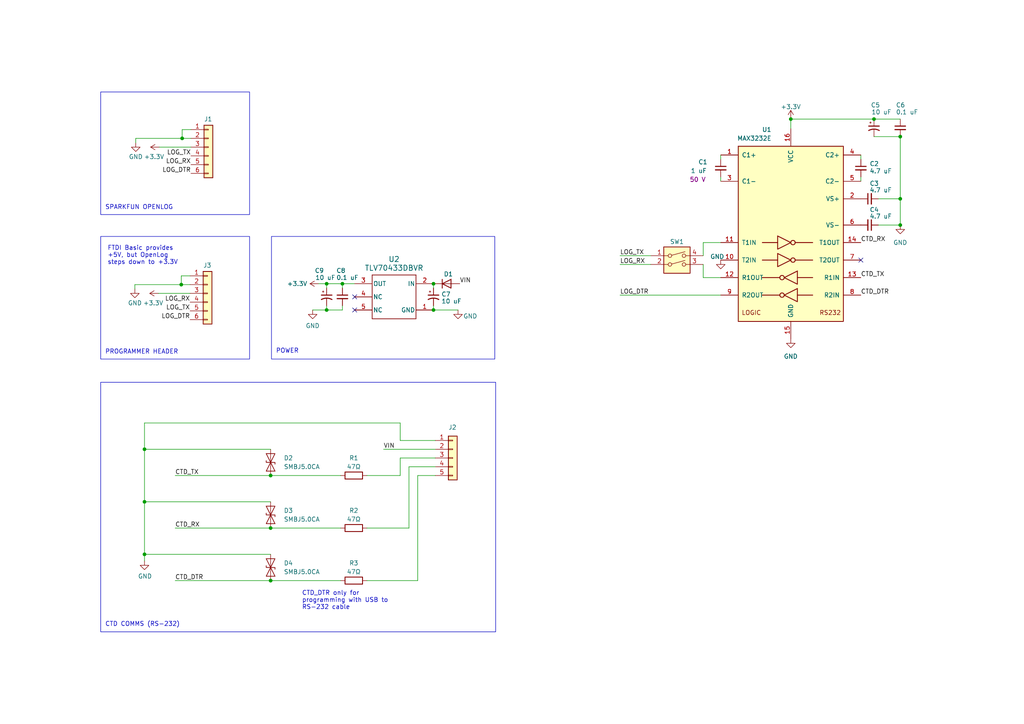
<source format=kicad_sch>
(kicad_sch (version 20230121) (generator eeschema)
  (paper "A4")
  (title_block (title "RS-232 Logger") (company "Inkfish"))
  (lib_symbols
    (symbol "Connector_Generic:Conn_01x05" (pin_names (offset 1.016) hide)
      (property "Reference" "J" (at 0 7.62 0))
      (property "Value" "Conn_01x05" (at 0 -7.62 0))
      (symbol "Conn_01x05_1_1"
        (rectangle (start -1.27 -4.953) (end 0 -5.207) (stroke (width 0.1524)))
        (rectangle (start -1.27 -2.413) (end 0 -2.667) (stroke (width 0.1524)))
        (rectangle (start -1.27 0.127) (end 0 -0.127) (stroke (width 0.1524)))
        (rectangle (start -1.27 2.667) (end 0 2.413) (stroke (width 0.1524)))
        (rectangle (start -1.27 5.207) (end 0 4.953) (stroke (width 0.1524)))
        (rectangle (start -1.27 6.35) (end 1.27 -6.35) (stroke (width 0.254)) (fill (type background)))
        (pin passive line (at -5.08 5.08 0) (length 3.81) (name "Pin_1") (number "1"))
        (pin passive line (at -5.08 2.54 0) (length 3.81) (name "Pin_2") (number "2"))
        (pin passive line (at -5.08 0 0) (length 3.81) (name "Pin_3") (number "3"))
        (pin passive line (at -5.08 -2.54 0) (length 3.81) (name "Pin_4") (number "4"))
        (pin passive line (at -5.08 -5.08 0) (length 3.81) (name "Pin_5") (number "5"))
      )
    )
    (symbol "Connector_Generic:Conn_01x06" (pin_names (offset 1.016) hide)
      (property "Reference" "J" (at 0 7.62 0))
      (property "Value" "Conn_01x06" (at 0 -10.16 0))
      (symbol "Conn_01x06_1_1"
        (rectangle (start -1.27 -7.493) (end 0 -7.747) (stroke (width 0.1524)))
        (rectangle (start -1.27 -4.953) (end 0 -5.207) (stroke (width 0.1524)))
        (rectangle (start -1.27 -2.413) (end 0 -2.667) (stroke (width 0.1524)))
        (rectangle (start -1.27 0.127) (end 0 -0.127) (stroke (width 0.1524)))
        (rectangle (start -1.27 2.667) (end 0 2.413) (stroke (width 0.1524)))
        (rectangle (start -1.27 5.207) (end 0 4.953) (stroke (width 0.1524)))
        (rectangle (start -1.27 6.35) (end 1.27 -8.89) (stroke (width 0.254)) (fill (type background)))
        (pin passive line (at -5.08 5.08 0) (length 3.81) (name "Pin_1") (number "1"))
        (pin passive line (at -5.08 2.54 0) (length 3.81) (name "Pin_2") (number "2"))
        (pin passive line (at -5.08 0 0) (length 3.81) (name "Pin_3") (number "3"))
        (pin passive line (at -5.08 -2.54 0) (length 3.81) (name "Pin_4") (number "4"))
        (pin passive line (at -5.08 -5.08 0) (length 3.81) (name "Pin_5") (number "5"))
        (pin passive line (at -5.08 -7.62 0) (length 3.81) (name "Pin_6") (number "6"))
      )
    )
    (symbol "Device:C_Polarized_Small_US" (pin_numbers hide) (pin_names (offset 0.254) hide)
      (property "Reference" "C" (at 0.254 1.778 0))
      (property "Value" "C_Polarized_Small_US" (at 0.254 -2.032 0))
      (symbol "C_Polarized_Small_US_0_1"
        (polyline (pts (xy -1.524 0.508) (xy 1.524 0.508)) (stroke (width 0.3048)))
        (polyline (pts (xy -1.27 1.524) (xy -0.762 1.524)))
        (polyline (pts (xy -1.016 1.27) (xy -1.016 1.778)))
        (arc (start 1.524 -0.762) (mid 0 -0.3734) (end -1.524 -0.762) (stroke (width 0.3048)))
      )
      (symbol "C_Polarized_Small_US_1_1"
        (pin passive line (at 0 2.54 270) (length 2.032) (name "~") (number "1"))
        (pin passive line (at 0 -2.54 90) (length 2.032) (name "~") (number "2"))
      )
    )
    (symbol "Device:C_Small" (pin_numbers hide) (pin_names (offset 0.254) hide)
      (property "Reference" "C" (at 0.254 1.778 0))
      (property "Value" "C_Small" (at 0.254 -2.032 0))
      (symbol "C_Small_0_1"
        (polyline (pts (xy -1.524 -0.508) (xy 1.524 -0.508)) (stroke (width 0.3302)))
        (polyline (pts (xy -1.524 0.508) (xy 1.524 0.508)) (stroke (width 0.3048)))
      )
      (symbol "C_Small_1_1"
        (pin passive line (at 0 2.54 270) (length 2.032) (name "~") (number "1"))
        (pin passive line (at 0 -2.54 90) (length 2.032) (name "~") (number "2"))
      )
    )
    (symbol "Device:D" (pin_numbers hide) (pin_names (offset 1.016) hide)
      (property "Reference" "D" (at 0 2.54 0))
      (property "Value" "D" (at 0 -2.54 0))
      (symbol "D_0_1"
        (polyline (pts (xy -1.27 1.27) (xy -1.27 -1.27)) (stroke (width 0.254)))
        (polyline (pts (xy 1.27 0) (xy -1.27 0)))
        (polyline (pts (xy 1.27 1.27) (xy 1.27 -1.27) (xy -1.27 0) (xy 1.27 1.27)) (stroke (width 0.254)))
      )
      (symbol "D_1_1"
        (pin passive line (at -3.81 0 0) (length 2.54) (name "K") (number "1"))
        (pin passive line (at 3.81 0 180) (length 2.54) (name "A") (number "2"))
      )
    )
    (symbol "Device:R" (pin_numbers hide) (pin_names (offset 0))
      (property "Reference" "R" (at 2.032 0 90))
      (property "Value" "R" (at 0 0 90))
      (symbol "R_0_1"
        (rectangle (start -1.016 -2.54) (end 1.016 2.54) (stroke (width 0.254)))
      )
      (symbol "R_1_1"
        (pin passive line (at 0 3.81 270) (length 1.27) (name "~") (number "1"))
        (pin passive line (at 0 -3.81 90) (length 1.27) (name "~") (number "2"))
      )
    )
    (symbol "Diode:SMAJ5.0CA" (pin_numbers hide) (pin_names (offset 1.016) hide)
      (property "Reference" "D" (at 0 2.54 0))
      (property "Value" "SMAJ5.0CA" (at 0 -2.54 0))
      (symbol "SMAJ5.0CA_0_1"
        (polyline (pts (xy 1.27 0) (xy -1.27 0)))
        (polyline (pts (xy -2.54 -1.27) (xy 0 0) (xy -2.54 1.27) (xy -2.54 -1.27)) (stroke (width 0.2032)))
        (polyline (pts (xy 0.508 1.27) (xy 0 1.27) (xy 0 -1.27) (xy -0.508 -1.27)) (stroke (width 0.2032)))
        (polyline (pts (xy 2.54 1.27) (xy 2.54 -1.27) (xy 0 0) (xy 2.54 1.27)) (stroke (width 0.2032)))
      )
      (symbol "SMAJ5.0CA_1_1"
        (pin passive line (at -3.81 0 0) (length 2.54) (name "A1") (number "1"))
        (pin passive line (at 3.81 0 180) (length 2.54) (name "A2") (number "2"))
      )
    )
    (symbol "Interface_UART:MAX3232" (pin_names (offset 1.016))
      (property "Reference" "U" (at -2.54 28.575 0))
      (property "Value" "MAX3232" (at -2.54 26.67 0))
      (symbol "MAX3232_0_0"
        (text "LOGIC" (at -11.43 -22.86 0) (effects (font (size 1.27 1.27))))
        (text "RS232" (at 11.43 -22.86 0) (effects (font (size 1.27 1.27))))
      )
      (symbol "MAX3232_0_1"
        (rectangle (start -15.24 -25.4) (end 15.24 25.4) (stroke (width 0.254)) (fill (type background)))
        (circle (center -2.54 -17.78) (radius 0.635) (stroke (width 0.254)))
        (circle (center -2.54 -12.7) (radius 0.635) (stroke (width 0.254)))
        (polyline (pts (xy -3.81 -7.62) (xy -8.255 -7.62)) (stroke (width 0.254)))
        (polyline (pts (xy -3.81 -2.54) (xy -8.255 -2.54)) (stroke (width 0.254)))
        (polyline (pts (xy -3.175 -17.78) (xy -8.255 -17.78)) (stroke (width 0.254)))
        (polyline (pts (xy -3.175 -12.7) (xy -8.255 -12.7)) (stroke (width 0.254)))
        (polyline (pts (xy 1.27 -7.62) (xy 6.35 -7.62)) (stroke (width 0.254)))
        (polyline (pts (xy 1.27 -2.54) (xy 6.35 -2.54)) (stroke (width 0.254)))
        (polyline (pts (xy 1.905 -17.78) (xy 6.35 -17.78)) (stroke (width 0.254)))
        (polyline (pts (xy 1.905 -12.7) (xy 6.35 -12.7)) (stroke (width 0.254)))
        (polyline (pts (xy -3.81 -5.715) (xy -3.81 -9.525) (xy 0 -7.62) (xy -3.81 -5.715)) (stroke (width 0.254)))
        (polyline (pts (xy -3.81 -0.635) (xy -3.81 -4.445) (xy 0 -2.54) (xy -3.81 -0.635)) (stroke (width 0.254)))
        (polyline (pts (xy 1.905 -15.875) (xy 1.905 -19.685) (xy -1.905 -17.78) (xy 1.905 -15.875)) (stroke (width 0.254)))
        (polyline (pts (xy 1.905 -10.795) (xy 1.905 -14.605) (xy -1.905 -12.7) (xy 1.905 -10.795)) (stroke (width 0.254)))
        (circle (center 0.635 -7.62) (radius 0.635) (stroke (width 0.254)))
        (circle (center 0.635 -2.54) (radius 0.635) (stroke (width 0.254)))
      )
      (symbol "MAX3232_1_1"
        (pin passive line (at -20.32 22.86 0) (length 5.08) (name "C1+") (number "1"))
        (pin input line (at -20.32 -7.62 0) (length 5.08) (name "T2IN") (number "10"))
        (pin input line (at -20.32 -2.54 0) (length 5.08) (name "T1IN") (number "11"))
        (pin output line (at -20.32 -12.7 0) (length 5.08) (name "R1OUT") (number "12"))
        (pin input line (at 20.32 -12.7 180) (length 5.08) (name "R1IN") (number "13"))
        (pin output line (at 20.32 -2.54 180) (length 5.08) (name "T1OUT") (number "14"))
        (pin power_in line (at 0 -30.48 90) (length 5.08) (name "GND") (number "15"))
        (pin power_in line (at 0 30.48 270) (length 5.08) (name "VCC") (number "16"))
        (pin power_out line (at 20.32 10.16 180) (length 5.08) (name "VS+") (number "2"))
        (pin passive line (at -20.32 15.24 0) (length 5.08) (name "C1-") (number "3"))
        (pin passive line (at 20.32 22.86 180) (length 5.08) (name "C2+") (number "4"))
        (pin passive line (at 20.32 15.24 180) (length 5.08) (name "C2-") (number "5"))
        (pin power_out line (at 20.32 2.54 180) (length 5.08) (name "VS-") (number "6"))
        (pin output line (at 20.32 -7.62 180) (length 5.08) (name "T2OUT") (number "7"))
        (pin input line (at 20.32 -17.78 180) (length 5.08) (name "R2IN") (number "8"))
        (pin output line (at -20.32 -17.78 0) (length 5.08) (name "R2OUT") (number "9"))
      )
    )
    (symbol "Switch:SW_DIP_x02" (pin_names (offset 0) hide)
      (property "Reference" "SW" (at 0 6.35 0))
      (property "Value" "SW_DIP_x02" (at 0 -3.81 0))
      (symbol "SW_DIP_x02_0_0"
        (circle (center -2.032 0) (radius 0.508))
        (circle (center -2.032 2.54) (radius 0.508))
        (polyline (pts (xy -1.524 0.127) (xy 2.3622 1.1684)))
        (polyline (pts (xy -1.524 2.667) (xy 2.3622 3.7084)))
        (circle (center 2.032 0) (radius 0.508))
        (circle (center 2.032 2.54) (radius 0.508))
      )
      (symbol "SW_DIP_x02_0_1"
        (rectangle (start -3.81 5.08) (end 3.81 -2.54) (stroke (width 0.254)) (fill (type background)))
      )
      (symbol "SW_DIP_x02_1_1"
        (pin passive line (at -7.62 2.54 0) (length 5.08) (name "~") (number "1"))
        (pin passive line (at -7.62 0 0) (length 5.08) (name "~") (number "2"))
        (pin passive line (at 7.62 0 180) (length 5.08) (name "~") (number "3"))
        (pin passive line (at 7.62 2.54 180) (length 5.08) (name "~") (number "4"))
      )
    )
    (symbol "TLV70433DBVR:TLV70433DBVR" (pin_names (offset 0.254))
      (property "Reference" "U2" (at 0 10.922 0))
      (property "Value" "TLV70433DBVR" (at 0 8.382 0))
      (symbol "TLV70433DBVR_0_1"
        (polyline (pts (xy -6.35 -6.35) (xy -6.35 6.35)) (stroke (width 0.2032)))
        (polyline (pts (xy -6.35 -6.35) (xy 6.35 -6.35)) (stroke (width 0.2032)))
        (polyline (pts (xy 6.35 -6.35) (xy 6.35 6.35)) (stroke (width 0.2032)))
        (polyline (pts (xy 6.35 6.35) (xy -6.35 6.35)) (stroke (width 0.2032)))
        (pin power_in line (at 11.43 -3.81 180) (length 5.08) (name "GND") (number "1"))
        (pin power_in line (at 11.43 3.81 180) (length 5.08) (name "IN") (number "2"))
        (pin power_in line (at -11.43 3.81 0) (length 5.08) (name "OUT") (number "3"))
        (pin unspecified line (at -11.43 0 0) (length 5.08) (name "NC") (number "4"))
        (pin unspecified line (at -11.43 -3.81 0) (length 5.08) (name "NC") (number "5"))
      )
    )
    (symbol "power:+3.3V" (power) (pin_names (offset 0))
      (property "Value" "+3.3V" (at 0 3.556 0))
      (symbol "+3.3V_0_1"
        (polyline (pts (xy -0.762 1.27) (xy 0 2.54)))
        (polyline (pts (xy 0 0) (xy 0 2.54)))
        (polyline (pts (xy 0 2.54) (xy 0.762 1.27)))
      )
      (symbol "+3.3V_1_1"
        (pin power_in line (at 0 0 90) (length 0) hide (name "+3.3V") (number "1"))
      )
    )
    (symbol "power:GND" (power) (pin_names (offset 0))
      (property "Value" "GND" (at 0 -3.81 0))
      (symbol "GND_0_1"
        (polyline (pts (xy 0 0) (xy 0 -1.27) (xy 1.27 -1.27) (xy 0 -2.54) (xy -1.27 -1.27) (xy 0 -1.27)))
      )
      (symbol "GND_1_1"
        (pin power_in line (at 0 0 270) (length 0) hide (name "GND") (number "1"))
      )
    )
  )
  (junction (at 94.742 82.296))
  (junction (at 261.112 39.624))
  (junction (at 253.492 34.544))
  (junction (at 78.486 137.922))
  (junction (at 41.91 145.542))
  (junction (at 78.486 153.162))
  (junction (at 41.91 160.782))
  (junction (at 229.362 34.544))
  (junction (at 261.112 65.278))
  (junction (at 78.486 168.402))
  (junction (at 261.112 57.658))
  (junction (at 99.314 82.296))
  (junction (at 125.73 82.296))
  (junction (at 94.742 89.916))
  (junction (at 125.73 89.916))
  (junction (at 52.832 40.132))
  (junction (at 41.91 130.302))
  (junction (at 52.578 82.55))
  (no_connect (at 102.87 89.916))
  (no_connect (at 102.87 86.106))
  (no_connect (at 249.682 75.438))
  (wire (pts (xy 46.228 42.672) (xy 55.372 42.672)))
  (wire (pts (xy 179.832 74.168) (xy 188.722 74.168)))
  (wire (pts (xy 92.456 82.296) (xy 94.742 82.296)))
  (wire (pts (xy 39.37 40.132) (xy 52.832 40.132)))
  (wire (pts (xy 90.678 89.916) (xy 94.742 89.916)))
  (wire (pts (xy 78.486 137.922) (xy 98.806 137.922)))
  (wire (pts (xy 209.042 44.958) (xy 209.042 46.228)))
  (wire (pts (xy 41.91 145.542) (xy 41.91 160.782)))
  (wire (pts (xy 125.73 83.566) (xy 125.73 82.296)))
  (wire (pts (xy 50.8 168.402) (xy 78.486 168.402)))
  (wire (pts (xy 41.91 160.782) (xy 41.91 162.687)))
  (wire (pts (xy 94.742 82.296) (xy 99.314 82.296)))
  (wire (pts (xy 55.118 82.55) (xy 52.578 82.55)))
  (wire (pts (xy 254.762 65.278) (xy 261.112 65.278)))
  (wire (pts (xy 203.962 76.708) (xy 203.962 80.518)))
  (wire (pts (xy 41.91 130.302) (xy 41.91 145.542)))
  (wire (pts (xy 94.742 82.296) (xy 94.742 83.566)))
  (wire (pts (xy 41.91 122.682) (xy 41.91 130.302)))
  (wire (pts (xy 121.158 137.922) (xy 126.238 137.922)))
  (wire (pts (xy 261.112 57.658) (xy 261.112 65.278)))
  (wire (pts (xy 41.91 122.682) (xy 116.078 122.682)))
  (wire (pts (xy 39.116 83.82) (xy 39.116 82.55)))
  (wire (pts (xy 78.486 153.162) (xy 98.806 153.162)))
  (wire (pts (xy 55.372 40.132) (xy 52.832 40.132)))
  (wire (pts (xy 254.762 57.658) (xy 261.112 57.658)))
  (wire (pts (xy 99.314 82.296) (xy 102.87 82.296)))
  (wire (pts (xy 106.426 137.922) (xy 116.078 137.922)))
  (wire (pts (xy 229.362 34.544) (xy 229.362 37.338)))
  (wire (pts (xy 116.078 132.842) (xy 116.078 137.922)))
  (wire (pts (xy 253.492 34.544) (xy 261.112 34.544)))
  (wire (pts (xy 179.832 85.598) (xy 209.042 85.598)))
  (wire (pts (xy 52.832 37.592) (xy 55.372 37.592)))
  (wire (pts (xy 179.832 76.708) (xy 188.722 76.708)))
  (wire (pts (xy 94.742 89.916) (xy 99.314 89.916)))
  (wire (pts (xy 39.37 41.402) (xy 39.37 40.132)))
  (wire (pts (xy 111.252 130.302) (xy 126.238 130.302)))
  (wire (pts (xy 253.492 39.624) (xy 261.112 39.624)))
  (wire (pts (xy 78.486 168.402) (xy 98.806 168.402)))
  (wire (pts (xy 126.238 135.382) (xy 118.618 135.382)))
  (wire (pts (xy 52.578 80.01) (xy 55.118 80.01)))
  (wire (pts (xy 45.974 85.09) (xy 55.118 85.09)))
  (wire (pts (xy 41.91 160.782) (xy 78.486 160.782)))
  (wire (pts (xy 116.078 127.762) (xy 126.238 127.762)))
  (wire (pts (xy 249.682 44.958) (xy 249.682 46.228)))
  (wire (pts (xy 203.962 70.358) (xy 209.042 70.358)))
  (wire (pts (xy 41.91 145.542) (xy 78.486 145.542)))
  (wire (pts (xy 99.314 88.646) (xy 99.314 89.916)))
  (wire (pts (xy 94.742 88.646) (xy 94.742 89.916)))
  (wire (pts (xy 116.078 122.682) (xy 116.078 127.762)))
  (wire (pts (xy 41.91 130.302) (xy 78.486 130.302)))
  (wire (pts (xy 52.578 82.55) (xy 52.578 80.01)))
  (wire (pts (xy 99.314 83.566) (xy 99.314 82.296)))
  (wire (pts (xy 50.8 137.922) (xy 78.486 137.922)))
  (wire (pts (xy 39.116 82.55) (xy 52.578 82.55)))
  (wire (pts (xy 118.618 135.382) (xy 118.618 153.162)))
  (wire (pts (xy 50.8 153.162) (xy 78.486 153.162)))
  (wire (pts (xy 106.426 153.162) (xy 118.618 153.162)))
  (wire (pts (xy 229.362 34.544) (xy 253.492 34.544)))
  (wire (pts (xy 125.73 89.916) (xy 132.842 89.916)))
  (wire (pts (xy 203.962 80.518) (xy 209.042 80.518)))
  (wire (pts (xy 203.962 70.358) (xy 203.962 74.168)))
  (wire (pts (xy 106.426 168.402) (xy 121.158 168.402)))
  (wire (pts (xy 249.682 51.308) (xy 249.682 52.578)))
  (wire (pts (xy 126.238 132.842) (xy 116.078 132.842)))
  (wire (pts (xy 209.042 51.308) (xy 209.042 52.578)))
  (wire (pts (xy 261.112 57.658) (xy 261.112 39.624)))
  (wire (pts (xy 121.158 137.922) (xy 121.158 168.402)))
  (wire (pts (xy 52.832 40.132) (xy 52.832 37.592)))
  (wire (pts (xy 125.73 89.916) (xy 125.73 88.646)))
  (rectangle (start 29.21 110.871) (end 143.764 183.261))
  (rectangle (start 78.74 68.58) (end 143.51 104.14))
  (rectangle (start 29.21 26.67) (end 72.39 62.23))
  (rectangle (start 29.21 68.58) (end 72.39 104.14))
  (text_box "CTD_DTR only for programming with USB to RS-232 cable" (at 86.614 170.18 0) (size 29.21 6.35) (stroke (width -0.0001)) (effects (font (size 1.27 1.27)) (justify left top)))
  (text_box "FTDI Basic provides +5V, but OpenLog steps down to +3.3V" (at 30.226 70.104 0) (size 24.13 5.588) (stroke (width -0.0001)) (effects (font (size 1.27 1.27)) (justify left top)))
  (text "CTD COMMS (RS-232)" (at 30.48 181.864 0) (effects (font (size 1.27 1.27)) (justify left bottom)))
  (text "SPARKFUN OPENLOG" (at 30.48 60.96 0) (effects (font (size 1.27 1.27)) (justify left bottom)))
  (text "POWER" (at 80.01 102.616 0) (effects (font (size 1.27 1.27)) (justify left bottom)))
  (text "PROGRAMMER HEADER" (at 30.48 102.87 0) (effects (font (size 1.27 1.27)) (justify left bottom)))
  (label "LOG_RX" (at 179.832 76.708 0))
  (label "CTD_DTR" (at 249.682 85.598 0))
  (label "CTD_RX" (at 50.8 153.162 0))
  (label "LOG_RX" (at 55.118 87.63 180))
  (label "LOG_DTR" (at 55.372 50.292 180))
  (label "VIN" (at 111.252 130.302 0))
  (label "LOG_TX" (at 55.118 90.17 180))
  (label "CTD_TX" (at 249.682 80.518 0))
  (label "LOG_TX" (at 55.372 45.212 180))
  (label "LOG_RX" (at 55.372 47.752 180))
  (label "CTD_TX" (at 50.8 137.922 0))
  (label "CTD_RX" (at 249.682 70.358 0))
  (label "LOG_DTR" (at 55.118 92.71 180))
  (label "LOG_DTR" (at 179.832 85.598 0))
  (label "VIN" (at 133.35 82.296 0))
  (label "CTD_DTR" (at 50.8 168.402 0))
  (label "LOG_TX" (at 179.832 74.168 0))
  (symbol (lib_id "Switch:SW_DIP_x02") (at 196.342 76.708 0) (unit 1)
    (property "Reference" "SW1" (at 196.342 70.104 0))
    (property "Value" "SW_DIP_x02" (effects hide))
    (property "Footprint" "Button_Switch_SMD:SW_DIP_SPSTx02_Slide_6.7x6.64mm_W8.61mm_P2.54mm_LowProfile" (effects hide))
  )
  (symbol (lib_id "Diode:SMAJ5.0CA") (at 78.486 164.592 270) (unit 1)
    (property "Reference" "D4" (at 82.296 163.322 90) (effects (justify left)))
    (property "Value" "SMBJ5.0CA" (at 82.296 165.862 90) (effects (justify left)))
    (property "Footprint" "Diode_SMD:D_SMA" (effects hide))
    (property "Datasheet" "https://www.littelfuse.com/media?resourcetype=datasheets&itemid=75e32973-b177-4ee3-a0ff-cedaf1abdb93&filename=smaj-datasheet" (effects hide))
  )
  (symbol (lib_id "Device:C_Small") (at 252.222 57.658 90) (unit 1)
    (property "Reference" "C3" (at 252.222 53.213 90) (effects (justify right)))
    (property "Value" "4.7 uF" (at 252.222 55.118 90) (effects (justify right)))
    (property "Footprint" "Capacitor_SMD:C_0805_2012Metric" (effects hide))
    (property "DigiKey" "CL21A475KBQNNNE" (effects hide))
  )
  (symbol (lib_id "power:GND") (at 90.678 89.916 0) (unit 1)
    (property "Reference" "#PWR04" (effects hide))
    (property "Value" "GND" (at 90.678 94.488 0))
  )
  (symbol (lib_id "Connector_Generic:Conn_01x05") (at 131.318 132.842 0) (unit 1)
    (property "Reference" "J2" (at 130.048 123.952 0) (effects (justify left)))
    (property "Value" "Conn_01x05" (effects hide))
    (property "Footprint" "TerminalBlock_Phoenix:TerminalBlock_Phoenix_PT-1,5-5-3.5-H_1x05_P3.50mm_Horizontal" (effects hide))
  )
  (symbol (lib_id "Device:R") (at 102.616 168.402 270) (unit 1)
    (property "Reference" "R3" (at 102.616 163.322 90))
    (property "Value" "47Ω" (at 102.616 165.862 90))
    (property "Footprint" "Resistor_SMD:R_0603_1608Metric" (effects hide))
    (property "DigiKey" "ESR03EZPJ470" (effects hide))
  )
  (symbol (lib_id "Device:C_Polarized_Small_US") (at 253.492 37.084 0) (unit 1)
    (property "Reference" "C5" (at 255.27 30.48 0) (effects (justify right)))
    (property "Value" "10 uF" (at 252.73 32.512 0) (effects (justify left)))
    (property "Footprint" "EEE-FK1C100R:CAP_4 X 5.8_PAN" (effects hide))
    (property "Datasheet" "https://www.digikey.com/en/products/detail/panasonic-electronic-components/EEE-1CA100SR/766045" (effects hide))
    (property "DigiKey" "EEE-FK1C100R" (effects hide))
  )
  (symbol (lib_id "power:GND") (at 132.842 89.916 0) (unit 1)
    (property "Reference" "#PWR08" (effects hide))
    (property "Value" "GND" (at 136.398 91.694 0))
  )
  (symbol (lib_id "Device:C_Small") (at 252.222 65.278 270) (unit 1)
    (property "Reference" "C4" (at 252.222 60.833 90) (effects (justify left)))
    (property "Value" "4.7 uF" (at 252.222 62.738 90) (effects (justify left)))
    (property "Footprint" "Capacitor_SMD:C_0805_2012Metric" (effects hide))
    (property "DigiKey" "CL21A475KBQNNNE" (effects hide))
  )
  (symbol (lib_id "Interface_UART:MAX3232") (at 229.362 67.818 0) (unit 1)
    (property "Reference" "U1" (at 223.774 37.592 0) (effects (justify right)))
    (property "Value" "MAX3232E" (at 223.774 40.132 0) (effects (justify right)))
    (property "Footprint" "MAX3232E:21-0056-E_90-0106-16L_MXM" (effects hide))
    (property "Datasheet" "https://www.analog.com/media/en/technical-documentation/data-sheets/MAX3222E-MAX3246E.pdf" (effects hide))
  )
  (symbol (lib_id "power:GND") (at 41.91 162.687 0) (unit 1)
    (property "Reference" "#PWR010" (effects hide))
    (property "Value" "GND" (at 40.005 167.132 0) (effects (justify left)))
  )
  (symbol (lib_id "Device:R") (at 102.616 137.922 270) (unit 1)
    (property "Reference" "R1" (at 102.616 132.842 90))
    (property "Value" "47Ω" (at 102.616 135.382 90))
    (property "Footprint" "Resistor_SMD:R_0603_1608Metric" (effects hide))
    (property "DigiKey" "ESR03EZPJ470" (effects hide))
  )
  (symbol (lib_id "Device:D") (at 129.54 82.296 0) (unit 1)
    (property "Reference" "D1" (at 130.048 79.502 0))
    (property "Value" "D" (effects hide))
    (property "Footprint" "LSM115JE3-TR13:DO-214BA_MCH" (effects hide))
    (property "Sim.Device" "D" (effects hide))
    (property "Sim.Pins" "1=K 2=A" (effects hide))
  )
  (symbol (lib_id "Device:C_Polarized_Small_US") (at 94.742 86.106 0) (unit 1)
    (property "Reference" "C9" (at 93.98 78.486 0) (effects (justify right)))
    (property "Value" "10 uF" (at 91.44 80.518 0) (effects (justify left)))
    (property "Footprint" "EEE-FK1C100R:CAP_4 X 5.8_PAN" (effects hide))
    (property "DigiKey" "EEE-FK1C100R" (effects hide))
  )
  (symbol (lib_id "power:+3.3V") (at 92.456 82.296 90) (unit 1)
    (property "Reference" "#PWR07" (effects hide))
    (property "Value" "+3.3V" (at 89.154 82.296 90) (effects (justify left)))
  )
  (symbol (lib_id "Connector_Generic:Conn_01x06") (at 60.452 42.672 0) (unit 1)
    (property "Reference" "J1" (at 59.182 34.544 0) (effects (justify left)))
    (property "Value" "Conn_01x06" (effects hide))
    (property "Footprint" "Connector_PinSocket_2.54mm:PinSocket_1x06_P2.54mm_Vertical" (effects hide))
  )
  (symbol (lib_id "Device:C_Small") (at 209.042 48.768 0) (unit 1)
    (property "Reference" "C1" (at 205.232 46.99 0) (effects (justify right)))
    (property "Value" "1 uF" (at 204.978 49.53 0) (effects (justify right)))
    (property "Footprint" "Capacitor_SMD:C_0805_2012Metric" (effects hide))
    (property "Voltage" "50 V" (at 204.724 52.07 0) (effects (justify right)))
    (property "DigiKey" "CL21B105KBFNNNG" (effects hide))
  )
  (symbol (lib_id "Device:C_Small") (at 249.682 48.768 0) (unit 1)
    (property "Reference" "C2" (at 252.222 47.498 0) (effects (justify left)))
    (property "Value" "4.7 uF" (at 252.222 49.6062 0) (effects (justify left)))
    (property "Footprint" "Capacitor_SMD:C_0805_2012Metric" (effects hide))
    (property "DigiKey" "CL21A475KBQNNNE" (effects hide))
  )
  (symbol (lib_id "power:GND") (at 261.112 65.278 0) (unit 1)
    (property "Reference" "#PWR013" (effects hide))
    (property "Value" "GND" (at 261.112 70.358 0))
  )
  (symbol (lib_id "power:GND") (at 229.362 98.298 0) (unit 1)
    (property "Reference" "#PWR014" (effects hide))
    (property "Value" "GND" (at 229.362 103.378 0))
  )
  (symbol (lib_id "Diode:SMAJ5.0CA") (at 78.486 134.112 270) (unit 1)
    (property "Reference" "D2" (at 82.296 132.842 90) (effects (justify left)))
    (property "Value" "SMBJ5.0CA" (at 82.296 135.382 90) (effects (justify left)))
    (property "Footprint" "Diode_SMD:D_SMA" (effects hide))
    (property "Datasheet" "https://www.littelfuse.com/media?resourcetype=datasheets&itemid=75e32973-b177-4ee3-a0ff-cedaf1abdb93&filename=smaj-datasheet" (effects hide))
  )
  (symbol (lib_id "Connector_Generic:Conn_01x06") (at 60.198 85.09 0) (unit 1)
    (property "Reference" "J3" (at 58.928 76.962 0) (effects (justify left)))
    (property "Value" "Conn_01x06" (effects hide))
    (property "Footprint" "Connector_PinHeader_2.54mm:PinHeader_1x06_P2.54mm_Vertical" (effects hide))
  )
  (symbol (lib_id "Device:C_Polarized_Small_US") (at 125.73 86.106 0) (unit 1)
    (property "Reference" "C7" (at 128.016 85.344 0) (effects (justify left)))
    (property "Value" "10 uF" (at 128.016 87.376 0) (effects (justify left)))
    (property "Footprint" "EEE-FK1C100R:CAP_4 X 5.8_PAN" (effects hide))
  )
  (symbol (lib_id "power:GND") (at 39.37 41.402 0) (mirror y) (unit 1)
    (property "Reference" "#PWR05" (effects hide))
    (property "Value" "GND" (at 37.338 45.466 0) (effects (justify right)))
  )
  (symbol (lib_id "power:GND") (at 39.116 83.82 0) (mirror y) (unit 1)
    (property "Reference" "#PWR01" (effects hide))
    (property "Value" "GND" (at 37.084 87.884 0) (effects (justify right)))
  )
  (symbol (lib_id "Diode:SMAJ5.0CA") (at 78.486 149.352 270) (unit 1)
    (property "Reference" "D3" (at 82.296 148.082 90) (effects (justify left)))
    (property "Value" "SMBJ5.0CA" (at 82.296 150.622 90) (effects (justify left)))
    (property "Footprint" "Diode_SMD:D_SMA" (effects hide))
    (property "Datasheet" "https://www.littelfuse.com/media?resourcetype=datasheets&itemid=75e32973-b177-4ee3-a0ff-cedaf1abdb93&filename=smaj-datasheet" (effects hide))
  )
  (symbol (lib_id "Device:R") (at 102.616 153.162 270) (unit 1)
    (property "Reference" "R2" (at 102.616 148.082 90))
    (property "Value" "47Ω" (at 102.616 150.622 90))
    (property "Footprint" "Resistor_SMD:R_0603_1608Metric" (effects hide))
    (property "DigiKey" "ESR03EZPJ470" (effects hide))
  )
  (symbol (lib_id "power:+3.3V") (at 46.228 42.672 90) (mirror x) (unit 1)
    (property "Reference" "#PWR06" (effects hide))
    (property "Value" "+3.3V" (at 44.704 45.466 90))
  )
  (symbol (lib_id "Device:C_Small") (at 261.112 37.084 0) (unit 1)
    (property "Reference" "C6" (at 259.842 30.48 0) (effects (justify left)))
    (property "Value" "0.1 uF" (at 259.842 32.512 0) (effects (justify left)))
    (property "Footprint" "Capacitor_SMD:C_0805_2012Metric" (effects hide))
    (property "DigiKey" "CL21B104KBCNNNC" (effects hide))
  )
  (symbol (lib_id "power:+3.3V") (at 45.974 85.09 90) (mirror x) (unit 1)
    (property "Reference" "#PWR02" (effects hide))
    (property "Value" "+3.3V" (at 44.45 87.884 90))
  )
  (symbol (lib_id "power:GND") (at 209.042 75.438 0) (unit 1)
    (property "Reference" "#PWR03" (effects hide))
    (property "Value" "GND" (at 208.026 74.422 0))
  )
  (symbol (lib_id "power:+3.3V") (at 229.362 34.544 0) (unit 1)
    (property "Reference" "#PWR015" (effects hide))
    (property "Value" "+3.3V" (at 229.362 30.988 0))
  )
  (symbol (lib_id "Device:C_Small") (at 99.314 86.106 0) (unit 1)
    (property "Reference" "C8" (at 97.536 78.486 0) (effects (justify left)))
    (property "Value" "0.1 uF" (at 97.536 80.518 0) (effects (justify left)))
    (property "Footprint" "Capacitor_SMD:C_0805_2012Metric" (effects hide))
    (property "DigiKey" "CL21B104KBCNNNC" (effects hide))
  )
  (symbol (lib_id "TLV70433DBVR:TLV70433DBVR") (at 114.3 86.106 0) (unit 1)
    (property "Reference" "U2" (at 114.3 75.184 0) (effects (font (size 1.524 1.524))))
    (property "Value" "TLV70433DBVR" (at 114.3 77.724 0) (effects (font (size 1.524 1.524))))
    (property "Footprint" "TLV70433DBVR:DBV0005A_N" (effects hide))
    (property "Datasheet" "https://www.ti.com/lit/ds/symlink/tlv704.pdf" (effects hide))
  )
)
</source>
